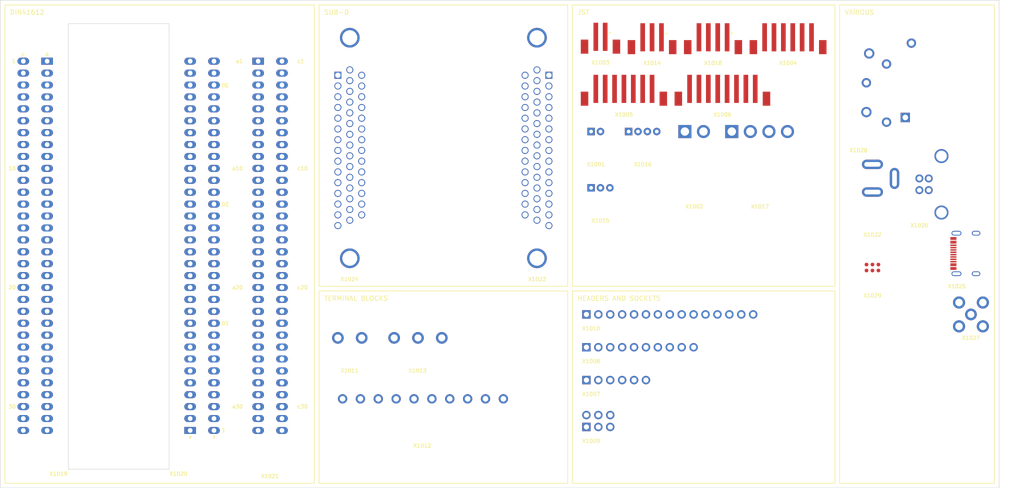
<source format=kicad_pcb>
(kicad_pcb (version 20241229) (generator "pcbnew") (generator_version "9.0")
  (title_block (title "Connectors") (date "2026-01-08") (rev "1") (comment 1 "-") (comment 2 "-"))
  (layers (0 "F.Cu" signal) (2 "B.Cu" signal) (13 "F.Paste" user) (15 "B.Paste" user) (5 "F.SilkS" user "F.Silkscreen") (7 "B.SilkS" user "B.Silkscreen") (1 "F.Mask" user) (3 "B.Mask" user) (25 "Edge.Cuts" user))
  (net 0 "")
  (footprint "lily_footprints:con_sub_d_hd_receptacle_44p_right_angle_th" (layer "F.Cu") (at 112 66 90)
    (property "Reference" "X1024" (at -43.5 2.5 180) (layer "F.SilkS") (effects (font (size 0.8 0.8) (thickness 0.16))))
    (property "Value" "sub_d_hd_receptacle" (hide yes))
    (pad "1" thru_hole rect (at 0 0 90) (size 1.5 1.5) (drill 1.1) (layers "*.Cu" "*.Mask"))
    (pad "2" thru_hole circle (at -2.29 0 90) (size 1.5 1.5) (drill 1.1) (layers "*.Cu" "*.Mask"))
    (pad "3" thru_hole circle (at -4.58 0 90) (size 1.5 1.5) (drill 1.1) (layers "*.Cu" "*.Mask"))
    (pad "4" thru_hole circle (at -6.87 0 90) (size 1.5 1.5) (drill 1.1) (layers "*.Cu" "*.Mask"))
    (pad "5" thru_hole circle (at -9.16 0 90) (size 1.5 1.5) (drill 1.1) (layers "*.Cu" "*.Mask"))
    (pad "6" thru_hole circle (at -11.45 0 90) (size 1.5 1.5) (drill 1.1) (layers "*.Cu" "*.Mask"))
    (pad "7" thru_hole circle (at -13.74 0 90) (size 1.5 1.5) (drill 1.1) (layers "*.Cu" "*.Mask"))
    (pad "8" thru_hole circle (at -16.03 0 90) (size 1.5 1.5) (drill 1.1) (layers "*.Cu" "*.Mask"))
    (pad "9" thru_hole circle (at -18.32 0 90) (size 1.5 1.5) (drill 1.1) (layers "*.Cu" "*.Mask"))
    (pad "10" thru_hole circle (at -20.61 0 90) (size 1.5 1.5) (drill 1.1) (layers "*.Cu" "*.Mask"))
    (pad "11" thru_hole circle (at -22.9 0 90) (size 1.5 1.5) (drill 1.1) (layers "*.Cu" "*.Mask"))
    (pad "12" thru_hole circle (at -25.19 0 90) (size 1.5 1.5) (drill 1.1) (layers "*.Cu" "*.Mask"))
    (pad "13" thru_hole circle (at -27.48 0 90) (size 1.5 1.5) (drill 1.1) (layers "*.Cu" "*.Mask"))
    (pad "14" thru_hole circle (at -29.77 0 90) (size 1.5 1.5) (drill 1.1) (layers "*.Cu" "*.Mask"))
    (pad "15" thru_hole circle (at -32.06 0 90) (size 1.5 1.5) (drill 1.1) (layers "*.Cu" "*.Mask"))
    (pad "16" thru_hole circle (at 1.145 2.54 90) (size 1.5 1.5) (drill 1.1) (layers "*.Cu" "*.Mask"))
    (pad "17" thru_hole circle (at -1.145 2.54 90) (size 1.5 1.5) (drill 1.1) (layers "*.Cu" "*.Mask"))
    (pad "18" thru_hole circle (at -3.435 2.54 90) (size 1.5 1.5) (drill 1.1) (layers "*.Cu" "*.Mask"))
    (pad "19" thru_hole circle (at -5.725 2.54 90) (size 1.5 1.5) (drill 1.1) (layers "*.Cu" "*.Mask"))
    (pad "20" thru_hole circle (at -8.015 2.54 90) (size 1.5 1.5) (drill 1.1) (layers "*.Cu" "*.Mask"))
    (pad "21" thru_hole circle (at -10.305 2.54 90) (size 1.5 1.5) (drill 1.1) (layers "*.Cu" "*.Mask"))
    (pad "22" thru_hole circle (at -12.595 2.54 90) (size 1.5 1.5) (drill 1.1) (layers "*.Cu" "*.Mask"))
    (pad "23" thru_hole circle (at -14.885 2.54 90) (size 1.5 1.5) (drill 1.1) (layers "*.Cu" "*.Mask"))
    (pad "24" thru_hole circle (at -17.175 2.54 90) (size 1.5 1.5) (drill 1.1) (layers "*.Cu" "*.Mask"))
    (pad "25" thru_hole circle (at -19.465 2.54 90) (size 1.5 1.5) (drill 1.1) (layers "*.Cu" "*.Mask"))
    (pad "26" thru_hole circle (at -21.755 2.54 90) (size 1.5 1.5) (drill 1.1) (layers "*.Cu" "*.Mask"))
    (pad "27" thru_hole circle (at -24.045 2.54 90) (size 1.5 1.5) (drill 1.1) (layers "*.Cu" "*.Mask"))
    (pad "28" thru_hole circle (at -26.335 2.54 90) (size 1.5 1.5) (drill 1.1) (layers "*.Cu" "*.Mask"))
    (pad "29" thru_hole circle (at -28.625 2.54 90) (size 1.5 1.5) (drill 1.1) (layers "*.Cu" "*.Mask"))
    (pad "30" thru_hole circle (at -30.915 2.54 90) (size 1.5 1.5) (drill 1.1) (layers "*.Cu" "*.Mask"))
    (pad "31" thru_hole circle (at 0 5.08 90) (size 1.5 1.5) (drill 1.1) (layers "*.Cu" "*.Mask"))
    (pad "32" thru_hole circle (at -2.29 5.08 90) (size 1.5 1.5) (drill 1.1) (layers "*.Cu" "*.Mask"))
    (pad "33" thru_hole circle (at -4.58 5.08 90) (size 1.5 1.5) (drill 1.1) (layers "*.Cu" "*.Mask"))
    (pad "34" thru_hole circle (at -6.87 5.08 90) (size 1.5 1.5) (drill 1.1) (layers "*.Cu" "*.Mask"))
    (pad "35" thru_hole circle (at -9.16 5.08 90) (size 1.5 1.5) (drill 1.1) (layers "*.Cu" "*.Mask"))
    (pad "36" thru_hole circle (at -11.45 5.08 90) (size 1.5 1.5) (drill 1.1) (layers "*.Cu" "*.Mask"))
    (pad "37" thru_hole circle (at -13.74 5.08 90) (size 1.5 1.5) (drill 1.1) (layers "*.Cu" "*.Mask"))
    (pad "38" thru_hole circle (at -16.03 5.08 90) (size 1.5 1.5) (drill 1.1) (layers "*.Cu" "*.Mask"))
    (pad "39" thru_hole circle (at -18.32 5.08 90) (size 1.5 1.5) (drill 1.1) (layers "*.Cu" "*.Mask"))
    (pad "40" thru_hole circle (at -20.61 5.08 90) (size 1.5 1.5) (drill 1.1) (layers "*.Cu" "*.Mask"))
    (pad "41" thru_hole circle (at -22.9 5.08 90) (size 1.5 1.5) (drill 1.1) (layers "*.Cu" "*.Mask"))
    (pad "42" thru_hole circle (at -25.19 5.08 90) (size 1.5 1.5) (drill 1.1) (layers "*.Cu" "*.Mask"))
    (pad "43" thru_hole circle (at -27.48 5.08 90) (size 1.5 1.5) (drill 1.1) (layers "*.Cu" "*.Mask"))
    (pad "44" thru_hole circle (at -29.77 5.08 90) (size 1.5 1.5) (drill 1.1) (layers "*.Cu" "*.Mask"))
    (pad "45" thru_hole circle (at -39.03 2.54 90) (size 4.2 4.2) (drill 3.2) (layers "*.Cu" "*.Mask"))
    (pad "45" thru_hole circle (at 8.01 2.54 90) (size 4.2 4.2) (drill 3.2) (layers "*.Cu" "*.Mask"))
  )
  (footprint "lily_footprints:con_header_1x10_2.54mm_th" (layer "F.Cu") (at 165 124)
    (property "Reference" "X1008" (at 1 3 0) (layer "F.SilkS") (effects (font (size 0.8 0.8) (thickness 0.16))))
    (property "Value" "1x10" (hide yes))
    (pad "1" thru_hole rect (at 0 0) (size 1.8 1.8) (drill 1.1) (layers "*.Cu" "*.Mask"))
    (pad "2" thru_hole circle (at 2.54 0) (size 1.8 1.8) (drill 1.1) (layers "*.Cu" "*.Mask"))
    (pad "3" thru_hole circle (at 5.08 0) (size 1.8 1.8) (drill 1.1) (layers "*.Cu" "*.Mask"))
    (pad "4" thru_hole circle (at 7.62 0) (size 1.8 1.8) (drill 1.1) (layers "*.Cu" "*.Mask"))
    (pad "5" thru_hole circle (at 10.16 0) (size 1.8 1.8) (drill 1.1) (layers "*.Cu" "*.Mask"))
    (pad "6" thru_hole circle (at 12.7 0) (size 1.8 1.8) (drill 1.1) (layers "*.Cu" "*.Mask"))
    (pad "7" thru_hole circle (at 15.24 0) (size 1.8 1.8) (drill 1.1) (layers "*.Cu" "*.Mask"))
    (pad "8" thru_hole circle (at 17.78 0) (size 1.8 1.8) (drill 1.1) (layers "*.Cu" "*.Mask"))
    (pad "9" thru_hole circle (at 20.32 0) (size 1.8 1.8) (drill 1.1) (layers "*.Cu" "*.Mask"))
    (pad "10" thru_hole circle (at 22.86 0) (size 1.8 1.8) (drill 1.1) (layers "*.Cu" "*.Mask"))
  )
  (footprint "lily_footprints:con_usb_c_receptacle_16p" (layer "F.Cu") (at 246 104 90)
    (property "Reference" "X1025" (at -7 -2 0) (layer "F.SilkS") (effects (font (size 0.8 0.8) (thickness 0.16))))
    (property "Value" "usb_c" (hide yes))
    (pad "" np_thru_hole circle (at -2.89 -1.59 90) (size 0.65 0.65) (drill 0.65) (layers "*.Cu" "*.Mask"))
    (pad "" np_thru_hole circle (at 2.89 -1.59 90) (size 0.65 0.65) (drill 0.65) (layers "*.Cu" "*.Mask"))
    (pad "1" thru_hole oval (at -4.32 -2.09 90) (size 1 2.1) (drill oval 0.6 1.7) (layers "*.Cu" "*.Mask" "F.Paste"))
    (pad "1" thru_hole oval (at -4.32 2.09 90) (size 1 1.8) (drill oval 0.6 1.4) (layers "*.Cu" "*.Mask" "F.Paste"))
    (pad "1" thru_hole oval (at 4.32 -2.09 90) (size 1 2.1) (drill oval 0.6 1.7) (layers "*.Cu" "*.Mask" "F.Paste"))
    (pad "1" thru_hole oval (at 4.32 2.09 90) (size 1 1.8) (drill oval 0.6 1.4) (layers "*.Cu" "*.Mask" "F.Paste"))
    (pad "A1" smd rect (at -3.35 -2.74 90) (size 0.3 1.3) (layers "F.Cu" "F.Paste"))
    (pad "A4" smd rect (at -2.55 -2.74 90) (size 0.3 1.3) (layers "F.Cu" "F.Paste"))
    (pad "A5" smd rect (at -1.25 -2.74 90) (size 0.3 1.3) (layers "F.Cu" "F.Paste"))
    (pad "A6" smd rect (at -0.25 -2.74 90) (size 0.3 1.3) (layers "F.Cu" "F.Paste"))
    (pad "A7" smd rect (at 0.25 -2.74 90) (size 0.3 1.3) (layers "F.Cu" "F.Paste"))
    (pad "A8" smd rect (at 1.25 -2.74 90) (size 0.3 1.3) (layers "F.Cu" "F.Paste"))
    (pad "A9" smd rect (at 2.55 -2.74 90) (size 0.3 1.3) (layers "F.Cu" "F.Paste"))
    (pad "A12" smd rect (at 3.35 -2.74 90) (size 0.3 1.3) (layers "F.Cu" "F.Paste"))
    (pad "B1" smd rect (at 3.05 -2.74 90) (size 0.3 1.3) (layers "F.Cu" "F.Paste"))
    (pad "B4" smd rect (at 2.25 -2.74 90) (size 0.3 1.3) (layers "F.Cu" "F.Paste"))
    (pad "B5" smd rect (at 1.75 -2.74 90) (size 0.3 1.3) (layers "F.Cu" "F.Paste"))
    (pad "B6" smd rect (at 0.75 -2.74 90) (size 0.3 1.3) (layers "F.Cu" "F.Paste"))
    (pad "B7" smd rect (at -0.75 -2.74 90) (size 0.3 1.3) (layers "F.Cu" "F.Paste"))
    (pad "B8" smd rect (at -1.75 -2.74 90) (size 0.3 1.3) (layers "F.Cu" "F.Paste"))
    (pad "B9" smd rect (at -2.25 -2.74 90) (size 0.3 1.3) (layers "F.Cu" "F.Paste"))
    (pad "B12" smd rect (at -3.05 -2.74 90) (size 0.3 1.3) (layers "F.Cu" "F.Paste"))
  )
  (footprint "lily_footprints:con_din41612_receptacle_64p_a+c_straight_th" (layer "F.Cu") (at 95 63 -90)
    (property "Reference" "X1021" (at 88.5 -2.5 0) (layer "F.SilkS") (effects (font (size 0.8 0.8) (thickness 0.16))))
    (property "Value" "din41612_receptacle" (hide yes))
    (fp_text user "c30" (at 73.66 -8.255 0) (layer "F.SilkS") (effects (font (size 0.8 0.8) (thickness 0.16)) (justify left)))
    (fp_text user "a1" (at 0 3.175 0) (layer "F.SilkS") (effects (font (size 0.8 0.8) (thickness 0.16)) (justify right)))
    (fp_text user "a30" (at 73.66 3.175 0) (layer "F.SilkS") (effects (font (size 0.8 0.8) (thickness 0.16)) (justify right)))
    (fp_text user "c10" (at 22.86 -8.255 0) (layer "F.SilkS") (effects (font (size 0.8 0.8) (thickness 0.16)) (justify left)))
    (fp_text user "c20" (at 48.26 -8.255 0) (layer "F.SilkS") (effects (font (size 0.8 0.8) (thickness 0.16)) (justify left)))
    (fp_text user "a20" (at 48.26 3.175 0) (layer "F.SilkS") (effects (font (size 0.8 0.8) (thickness 0.16)) (justify right)))
    (fp_text user "c1" (at 0 -8.255 0) (layer "F.SilkS") (effects (font (size 0.8 0.8) (thickness 0.16)) (justify left)))
    (fp_text user "a10" (at 22.86 3.175 0) (layer "F.SilkS") (effects (font (size 0.8 0.8) (thickness 0.16)) (justify right)))
    (pad "" np_thru_hole circle (at -5.63 -2.24) (size 2.8 2.8) (drill 2.8) (layers "*.Cu" "*.Mask"))
    (pad "" np_thru_hole circle (at 84.37 -2.24) (size 2.8 2.8) (drill 2.8) (layers "*.Cu" "*.Mask"))
    (pad "a1" thru_hole rect (at 0 0) (size 2.5 1.5) (drill 1) (layers "*.Cu" "*.Mask"))
    (pad "a2" thru_hole oval (at 2.54 0) (size 2.5 1.5) (drill 1) (layers "*.Cu" "*.Mask"))
    (pad "a3" thru_hole oval (at 5.08 0) (size 2.5 1.5) (drill 1) (layers "*.Cu" "*.Mask"))
    (pad "a4" thru_hole oval (at 7.62 0) (size 2.5 1.5) (drill 1) (layers "*.Cu" "*.Mask"))
    (pad "a5" thru_hole oval (at 10.16 0) (size 2.5 1.5) (drill 1) (layers "*.Cu" "*.Mask"))
    (pad "a6" thru_hole oval (at 12.7 0) (size 2.5 1.5) (drill 1) (layers "*.Cu" "*.Mask"))
    (pad "a7" thru_hole oval (at 15.24 0) (size 2.5 1.5) (drill 1) (layers "*.Cu" "*.Mask"))
    (pad "a8" thru_hole oval (at 17.78 0) (size 2.5 1.5) (drill 1) (layers "*.Cu" "*.Mask"))
    (pad "a9" thru_hole oval (at 20.32 0) (size 2.5 1.5) (drill 1) (layers "*.Cu" "*.Mask"))
    (pad "a10" thru_hole oval (at 22.86 0) (size 2.5 1.5) (drill 1) (layers "*.Cu" "*.Mask"))
    (pad "a11" thru_hole oval (at 25.4 0) (size 2.5 1.5) (drill 1) (layers "*.Cu" "*.Mask"))
    (pad "a12" thru_hole oval (at 27.94 0) (size 2.5 1.5) (drill 1) (layers "*.Cu" "*.Mask"))
    (pad "a13" thru_hole oval (at 30.48 0) (size 2.5 1.5) (drill 1) (layers "*.Cu" "*.Mask"))
    (pad "a14" thru_hole oval (at 33.02 0) (size 2.5 1.5) (drill 1) (layers "*.Cu" "*.Mask"))
    (pad "a15" thru_hole oval (at 35.56 0) (size 2.5 1.5) (drill 1) (layers "*.Cu" "*.Mask"))
    (pad "a16" thru_hole oval (at 38.1 0) (size 2.5 1.5) (drill 1) (layers "*.Cu" "*.Mask"))
    (pad "a17" thru_hole oval (at 40.64 0) (size 2.5 1.5) (drill 1) (layers "*.Cu" "*.Mask"))
    (pad "a18" thru_hole oval (at 43.18 0) (size 2.5 1.5) (drill 1) (layers "*.Cu" "*.Mask"))
    (pad "a19" thru_hole oval (at 45.72 0) (size 2.5 1.5) (drill 1) (layers "*.Cu" "*.Mask"))
    (pad "a20" thru_hole oval (at 48.26 0) (size 2.5 1.5) (drill 1) (layers "*.Cu" "*.Mask"))
    (pad "a21" thru_hole oval (at 50.8 0) (size 2.5 1.5) (drill 1) (layers "*.Cu" "*.Mask"))
    (pad "a22" thru_hole oval (at 53.34 0) (size 2.5 1.5) (drill 1) (layers "*.Cu" "*.Mask"))
    (pad "a23" thru_hole oval (at 55.88 0) (size 2.5 1.5) (drill 1) (layers "*.Cu" "*.Mask"))
    (pad "a24" thru_hole oval (at 58.42 0) (size 2.5 1.5) (drill 1) (layers "*.Cu" "*.Mask"))
    (pad "a25" thru_hole oval (at 60.96 0) (size 2.5 1.5) (drill 1) (layers "*.Cu" "*.Mask"))
    (pad "a26" thru_hole oval (at 63.5 0) (size 2.5 1.5) (drill 1) (layers "*.Cu" "*.Mask"))
    (pad "a27" thru_hole oval (at 66.04 0) (size 2.5 1.5) (drill 1) (layers "*.Cu" "*.Mask"))
    (pad "a28" thru_hole oval (at 68.58 0) (size 2.5 1.5) (drill 1) (layers "*.Cu" "*.Mask"))
    (pad "a29" thru_hole oval (at 71.12 0) (size 2.5 1.5) (drill 1) (layers "*.Cu" "*.Mask"))
    (pad "a30" thru_hole oval (at 73.66 0) (size 2.5 1.5) (drill 1) (layers "*.Cu" "*.Mask"))
    (pad "a31" thru_hole oval (at 76.2 0) (size 2.5 1.5) (drill 1) (layers "*.Cu" "*.Mask"))
    (pad "a32" thru_hole oval (at 78.74 0) (size 2.5 1.5) (drill 1) (layers "*.Cu" "*.Mask"))
    (pad "c1" thru_hole oval (at 0 -5.08) (size 2.5 1.5) (drill 1) (layers "*.Cu" "*.Mask"))
    (pad "c2" thru_hole oval (at 2.54 -5.08) (size 2.5 1.5) (drill 1) (layers "*.Cu" "*.Mask"))
    (pad "c3" thru_hole oval (at 5.08 -5.08) (size 2.5 1.5) (drill 1) (layers "*.Cu" "*.Mask"))
    (pad "c4" thru_hole oval (at 7.62 -5.08) (size 2.5 1.5) (drill 1) (layers "*.Cu" "*.Mask"))
    (pad "c5" thru_hole oval (at 10.16 -5.08) (size 2.5 1.5) (drill 1) (layers "*.Cu" "*.Mask"))
    (pad "c6" thru_hole oval (at 12.7 -5.08) (size 2.5 1.5) (drill 1) (layers "*.Cu" "*.Mask"))
    (pad "c7" thru_hole oval (at 15.24 -5.08) (size 2.5 1.5) (drill 1) (layers "*.Cu" "*.Mask"))
    (pad "c8" thru_hole oval (at 17.78 -5.08) (size 2.5 1.5) (drill 1) (layers "*.Cu" "*.Mask"))
    (pad "c9" thru_hole oval (at 20.32 -5.08) (size 2.5 1.5) (drill 1) (layers "*.Cu" "*.Mask"))
    (pad "c10" thru_hole oval (at 22.86 -5.08) (size 2.5 1.5) (drill 1) (layers "*.Cu" "*.Mask"))
    (pad "c11" thru_hole oval (at 25.4 -5.08) (size 2.5 1.5) (drill 1) (layers "*.Cu" "*.Mask"))
    (pad "c12" thru_hole oval (at 27.94 -5.08) (size 2.5 1.5) (drill 1) (layers "*.Cu" "*.Mask"))
    (pad "c13" thru_hole oval (at 30.48 -5.08) (size 2.5 1.5) (drill 1) (layers "*.Cu" "*.Mask"))
    (pad "c14" thru_hole oval (at 33.02 -5.08) (size 2.5 1.5) (drill 1) (layers "*.Cu" "*.Mask"))
    (pad "c15" thru_hole oval (at 35.56 -5.08) (size 2.5 1.5) (drill 1) (layers "*.Cu" "*.Mask"))
    (pad "c16" thru_hole oval (at 38.1 -5.08) (size 2.5 1.5) (drill 1) (layers "*.Cu" "*.Mask"))
    (pad "c17" thru_hole oval (at 40.64 -5.08) (size 2.5 1.5) (drill 1) (layers "*.Cu" "*.Mask"))
    (pad "c18" thru_hole oval (at 43.18 -5.08) (size 2.5 1.5) (drill 1) (layers "*.Cu" "*.Mask"))
    (pad "c19" thru_hole oval (at 45.72 -5.08) (size 2.5 1.5) (drill 1) (layers "*.Cu" "*.Mask"))
    (pad "c20" thru_hole oval (at 48.26 -5.08) (size 2.5 1.5) (drill 1) (layers "*.Cu" "*.Mask"))
    (pad "c21" thru_hole oval (at 50.8 -5.08) (size 2.5 1.5) (drill 1) (layers "*.Cu" "*.Mask"))
    (pad "c22" thru_hole oval (at 53.34 -5.08) (size 2.5 1.5) (drill 1) (layers "*.Cu" "*.Mask"))
    (pad "c23" thru_hole oval (at 55.88 -5.08) (size 2.5 1.5) (drill 1) (layers "*.Cu" "*.Mask"))
    (pad "c24" thru_hole oval (at 58.42 -5.08) (size 2.5 1.5) (drill 1) (layers "*.Cu" "*.Mask"))
    (pad "c25" thru_hole oval (at 60.96 -5.08) (size 2.5 1.5) (drill 1) (layers "*.Cu" "*.Mask"))
    (pad "c26" thru_hole oval (at 63.5 -5.08) (size 2.5 1.5) (drill 1) (layers "*.Cu" "*.Mask"))
    (pad "c27" thru_hole oval (at 66.04 -5.08) (size 2.5 1.5) (drill 1) (layers "*.Cu" "*.Mask"))
    (pad "c28" thru_hole oval (at 68.58 -5.08) (size 2.5 1.5) (drill 1) (layers "*.Cu" "*.Mask"))
    (pad "c29" thru_hole oval (at 71.12 -5.08) (size 2.5 1.5) (drill 1) (layers "*.Cu" "*.Mask"))
    (pad "c30" thru_hole oval (at 73.66 -5.08) (size 2.5 1.5) (drill 1) (layers "*.Cu" "*.Mask"))
    (pad "c31" thru_hole oval (at 76.2 -5.08) (size 2.5 1.5) (drill 1) (layers "*.Cu" "*.Mask"))
    (pad "c32" thru_hole oval (at 78.74 -5.08) (size 2.5 1.5) (drill 1) (layers "*.Cu" "*.Mask"))
  )
  (footprint "lily_footprints:con_xlr_jack_rcj6fa-h_th" (layer "F.Cu") (at 233 75 90)
    (property "Reference" "X1028" (at -7 -10 180) (layer "F.SilkS") (effects (font (size 0.8 0.8) (thickness 0.16))))
    (property "Value" "RCJ6A-H" (hide yes))
    (pad "" np_thru_hole circle (at 2.9 5.5 90) (size 1.6 1.6) (drill 1.6) (layers "*.Cu" "*.Mask"))
    (pad "" np_thru_hole circle (at 11.9 5.5 90) (size 1.6 1.6) (drill 1.6) (layers "*.Cu" "*.Mask"))
    (pad "1" thru_hole circle (at 13.65 -7.7 90) (size 2.2 2.2) (drill 1.4) (layers "*.Cu" "*.Mask"))
    (pad "2" thru_hole circle (at 1.15 -8.3 90) (size 2.2 2.2) (drill 1.4) (layers "*.Cu" "*.Mask"))
    (pad "3" thru_hole circle (at 7.4 -8.3 90) (size 2 2) (drill 1.2) (layers "*.Cu" "*.Mask"))
    (pad "G" thru_hole circle (at 15.85 1.3 90) (size 2 2) (drill 1.2) (layers "*.Cu" "*.Mask"))
    (pad "R" thru_hole circle (at 11.4 -4 90) (size 2 2) (drill 1.2) (layers "*.Cu" "*.Mask"))
    (pad "S" thru_hole rect (at 0 0 90) (size 2 2) (drill 1.2) (layers "*.Cu" "*.Mask"))
    (pad "T" thru_hole circle (at -1 -4 90) (size 2 2) (drill 1.2) (layers "*.Cu" "*.Mask"))
  )
  (footprint "lily_footprints:con_usb_b_receptacle_th" (layer "F.Cu") (at 236 88 180)
    (property "Reference" "X1026" (at 0 -10 0) (layer "F.SilkS") (effects (font (size 0.8 0.8) (thickness 0.16))))
    (property "Value" "usb_b" (hide yes))
    (pad "1" thru_hole circle (at 0 0 180) (size 1.7 1.7) (drill 1) (layers "*.Cu" "*.Mask"))
    (pad "2" thru_hole circle (at 0 -2.5 180) (size 1.7 1.7) (drill 1) (layers "*.Cu" "*.Mask"))
    (pad "3" thru_hole circle (at -2 -2.5 180) (size 1.7 1.7) (drill 1) (layers "*.Cu" "*.Mask"))
    (pad "4" thru_hole circle (at -2 0 180) (size 1.7 1.7) (drill 1) (layers "*.Cu" "*.Mask"))
    (pad "5" thru_hole circle (at -4.71 4.77 180) (size 3 3) (drill 2.3) (layers "*.Cu" "*.Mask"))
    (pad "6" thru_hole circle (at -4.71 -7.27 180) (size 3 3) (drill 2.3) (layers "*.Cu" "*.Mask"))
  )
  (footprint "lily_footprints:con_jst_1x07_ph_2.00mm_straight_smd" (layer "F.Cu") (at 173 71 180)
    (property "Reference" "X1005" (at 0 -3.4 0) (layer "F.SilkS") (effects (font (size 0.8 0.8) (thickness 0.16))))
    (property "Value" "1x07_PH" (hide yes))
    (pad "1" smd rect (at -6 2.1 180) (size 1 6) (layers "F.Cu" "F.Mask" "F.Paste"))
    (pad "2" smd rect (at -4 2.1 180) (size 1 6) (layers "F.Cu" "F.Mask" "F.Paste"))
    (pad "3" smd rect (at -2 2.1 180) (size 1 6) (layers "F.Cu" "F.Mask" "F.Paste"))
    (pad "4" smd rect (at 0 2.1 180) (size 1 6) (layers "F.Cu" "F.Mask" "F.Paste"))
    (pad "5" smd rect (at 2 2.1 180) (size 1 6) (layers "F.Cu" "F.Mask" "F.Paste"))
    (pad "6" smd rect (at 4 2.1 180) (size 1 6) (layers "F.Cu" "F.Mask" "F.Paste"))
    (pad "7" smd rect (at 6 2.1 180) (size 1 6) (layers "F.Cu" "F.Mask" "F.Paste"))
    (pad "8" smd rect (at -8.4 0 180) (size 1.6 3) (layers "F.Cu" "F.Mask" "F.Paste"))
    (pad "9" smd rect (at 8.4 0 180) (size 1.6 3) (layers "F.Cu" "F.Mask" "F.Paste"))
  )
  (footprint "lily_footprints:con_jst_1x04_ph_2.00mm_right_angle_th" (layer "F.Cu") (at 174 78)
    (property "Reference" "X1016" (at 3 7 0) (layer "F.SilkS") (effects (font (size 0.8 0.8) (thickness 0.16))))
    (property "Value" "1x04_PH" (hide yes))
    (pad "1" thru_hole rect (at 0 0) (size 1.6 1.6) (drill 0.8) (layers "*.Cu" "*.Mask"))
    (pad "2" thru_hole circle (at 2 0) (size 1.6 1.6) (drill 0.8) (layers "*.Cu" "*.Mask"))
    (pad "3" thru_hole circle (at 4 0) (size 1.6 1.6) (drill 0.8) (layers "*.Cu" "*.Mask"))
    (pad "4" thru_hole circle (at 6 0) (size 1.6 1.6) (drill 0.8) (layers "*.Cu" "*.Mask"))
  )
  (footprint "lily_footprints:con_terminal_block_3p_5.08mm_th" (layer "F.Cu") (at 124 122)
    (property "Reference" "X1013" (at 5 7 0) (layer "F.SilkS") (effects (font (size 0.8 0.8) (thickness 0.16))))
    (property "Value" "3p_5.08" (hide yes))
    (pad "1" thru_hole circle (at 0 0) (size 2.5 2.5) (drill 1.5) (layers "*.Cu" "*.Mask"))
    (pad "2" thru_hole circle (at 5.08 0) (size 2.5 2.5) (drill 1.5) (layers "*.Cu" "*.Mask"))
    (pad "3" thru_hole circle (at 10.16 0) (size 2.5 2.5) (drill 1.5) (layers "*.Cu" "*.Mask"))
  )
  (footprint "lily_footprints:con_terminal_socket_male_10p_3.81mm_right_angle_th" (layer "F.Cu") (at 113 135)
    (property "Reference" "X1012" (at 17 10 0) (layer "F.SilkS") (effects (font (size 0.8 0.8) (thickness 0.16))))
    (property "Value" "socket_male" (hide yes))
    (pad "1" thru_hole circle (at 0 0) (size 2 2) (drill 1.2) (layers "*.Cu" "*.Mask"))
    (pad "2" thru_hole circle (at 3.81 0) (size 2 2) (drill 1.2) (layers "*.Cu" "*.Mask"))
    (pad "3" thru_hole circle (at 7.62 0) (size 2 2) (drill 1.2) (layers "*.Cu" "*.Mask"))
    (pad "4" thru_hole circle (at 11.43 0) (size 2 2) (drill 1.2) (layers "*.Cu" "*.Mask"))
    (pad "5" thru_hole circle (at 15.24 0) (size 2 2) (drill 1.2) (layers "*.Cu" "*.Mask"))
    (pad "6" thru_hole circle (at 19.05 0) (size 2 2) (drill 1.2) (layers "*.Cu" "*.Mask"))
    (pad "7" thru_hole circle (at 22.86 0) (size 2 2) (drill 1.2) (layers "*.Cu" "*.Mask"))
    (pad "8" thru_hole circle (at 26.67 0) (size 2 2) (drill 1.2) (layers "*.Cu" "*.Mask"))
    (pad "9" thru_hole circle (at 30.48 0) (size 2 2) (drill 1.2) (layers "*.Cu" "*.Mask"))
    (pad "10" thru_hole circle (at 34.29 0) (size 2 2) (drill 1.2) (layers "*.Cu" "*.Mask"))
  )
  (footprint "lily_footprints:con_jst_1x03_ph_2.00mm_straight_smd" (layer "F.Cu") (at 179 60 180)
    (property "Reference" "X1014" (at 0 -3.4 0) (layer "F.SilkS") (effects (font (size 0.8 0.8) (thickness 0.16))))
    (property "Value" "1x03_PH" (hide yes))
    (property "Pin_1_mark" "•" (at -3.1 2.9 180) (layer "F.SilkS") (effects (font (size 0.8 0.8) (thickness 0.16) (bold yes))))
    (pad "" smd rect (at -4.4 0 180) (size 1.6 3) (layers "F.Cu" "F.Mask" "F.Paste"))
    (pad "" smd rect (at 4.4 0 180) (size 1.6 3) (layers "F.Cu" "F.Mask" "F.Paste"))
    (pad "1" smd rect (at -2 2.1 180) (size 1 6) (layers "F.Cu" "F.Mask" "F.Paste"))
    (pad "2" smd rect (at 0 2.1 180) (size 1 6) (layers "F.Cu" "F.Mask" "F.Paste"))
    (pad "3" smd rect (at 2 2.1 180) (size 1 6) (layers "F.Cu" "F.Mask" "F.Paste"))
  )
  (footprint "lily_footprints:con_header_2x03_2.54mm_th" (layer "F.Cu") (at 165 141)
    (property "Reference" "X1009" (at 1 3 0) (layer "F.SilkS") (effects (font (size 0.8 0.8) (thickness 0.16))))
    (property "Value" "2x03" (hide yes))
    (pad "1" thru_hole rect (at 0 0) (size 1.8 1.8) (drill 1.1) (layers "*.Cu" "*.Mask"))
    (pad "2" thru_hole circle (at 0 -2.54) (size 1.8 1.8) (drill 1.1) (layers "*.Cu" "*.Mask"))
    (pad "3" thru_hole circle (at 2.54 0) (size 1.8 1.8) (drill 1.1) (layers "*.Cu" "*.Mask"))
    (pad "4" thru_hole circle (at 2.54 -2.54) (size 1.8 1.8) (drill 1.1) (layers "*.Cu" "*.Mask"))
    (pad "5" thru_hole circle (at 5.08 0) (size 1.8 1.8) (drill 1.1) (layers "*.Cu" "*.Mask"))
    (pad "6" thru_hole circle (at 5.08 -2.54) (size 1.8 1.8) (drill 1.1) (layers "*.Cu" "*.Mask"))
  )
  (footprint "lily_footprints:con_jst_1x08_ph_2.00mm_straight_smd" (layer "F.Cu") (at 194 71 180)
    (property "Reference" "X1006" (at 0 -3.4 0) (layer "F.SilkS") (effects (font (size 0.8 0.8) (thickness 0.16))))
    (property "Value" "1x08_PH" (hide yes))
    (pad "1" smd rect (at -7 2.1 180) (size 1 6) (layers "F.Cu" "F.Mask" "F.Paste"))
    (pad "2" smd rect (at -5 2.1 180) (size 1 6) (layers "F.Cu" "F.Mask" "F.Paste"))
    (pad "3" smd rect (at -3 2.1 180) (size 1 6) (layers "F.Cu" "F.Mask" "F.Paste"))
    (pad "4" smd rect (at -1 2.1 180) (size 1 6) (layers "F.Cu" "F.Mask" "F.Paste"))
    (pad "5" smd rect (at 1 2.1 180) (size 1 6) (layers "F.Cu" "F.Mask" "F.Paste"))
    (pad "6" smd rect (at 3 2.1 180) (size 1 6) (layers "F.Cu" "F.Mask" "F.Paste"))
    (pad "7" smd rect (at 5 2.1 180) (size 1 6) (layers "F.Cu" "F.Mask" "F.Paste"))
    (pad "8" smd rect (at 7 2.1 180) (size 1 6) (layers "F.Cu" "F.Mask" "F.Paste"))
    (pad "9" smd rect (at -9.4 0 180) (size 1.6 3) (layers "F.Cu" "F.Mask" "F.Paste"))
    (pad "10" smd rect (at 9.4 0 180) (size 1.6 3) (layers "F.Cu" "F.Mask" "F.Paste"))
  )
  (footprint "lily_footprints:con_jst_1x06_ph_2.00mm_straight_smd" (layer "F.Cu") (at 208 60 180)
    (property "Reference" "X1004" (at 0 -3.4 0) (layer "F.SilkS") (effects (font (size 0.8 0.8) (thickness 0.16))))
    (property "Value" "1x06_PH" (hide yes))
    (pad "1" smd rect (at -5 2.1 180) (size 1 6) (layers "F.Cu" "F.Mask" "F.Paste"))
    (pad "2" smd rect (at -3 2.1 180) (size 1 6) (layers "F.Cu" "F.Mask" "F.Paste"))
    (pad "3" smd rect (at -1 2.1 180) (size 1 6) (layers "F.Cu" "F.Mask" "F.Paste"))
    (pad "4" smd rect (at 1 2.1 180) (size 1 6) (layers "F.Cu" "F.Mask" "F.Paste"))
    (pad "5" smd rect (at 3 2.1 180) (size 1 6) (layers "F.Cu" "F.Mask" "F.Paste"))
    (pad "6" smd rect (at 5 2.1 180) (size 1 6) (layers "F.Cu" "F.Mask" "F.Paste"))
    (pad "7" smd rect (at -7.4 0 180) (size 1.6 3) (layers "F.Cu" "F.Mask" "F.Paste"))
    (pad "8" smd rect (at 7.4 0 180) (size 1.6 3) (layers "F.Cu" "F.Mask" "F.Paste"))
  )
  (footprint "lily_footprints:con_rf_sma_right_angle_th" (layer "F.Cu") (at 247 117 90)
    (property "Reference" "X1027" (at -5 0 180) (layer "F.SilkS") (effects (font (size 0.8 0.8) (thickness 0.16))))
    (property "Value" "SMA" (hide yes))
    (pad "1" thru_hole circle (at 0 0 90) (size 2.5 2.5) (drill 1.5) (layers "*.Cu" "*.Mask"))
    (pad "2" thru_hole circle (at -2.54 2.54 90) (size 2.6 2.6) (drill 1.6) (layers "*.Cu" "*.Mask"))
    (pad "3" thru_hole circle (at 2.54 2.54 90) (size 2.6 2.6) (drill 1.6) (layers "*.Cu" "*.Mask"))
    (pad "4" thru_hole circle (at 2.54 -2.54 90) (size 2.6 2.6) (drill 1.6) (layers "*.Cu" "*.Mask"))
    (pad "5" thru_hole circle (at -2.54 -2.54 90) (size 2.6 2.6) (drill 1.6) (layers "*.Cu" "*.Mask"))
  )
  (footprint "lily_footprints:con_header_1x06_2.54mm_th" (layer "F.Cu") (at 165 131)
    (property "Reference" "X1007" (at 1 3 0) (layer "F.SilkS") (effects (font (size 0.8 0.8) (thickness 0.16))))
    (property "Value" "1x06" (hide yes))
    (pad "1" thru_hole rect (at 0 0) (size 1.8 1.8) (drill 1.1) (layers "*.Cu" "*.Mask"))
    (pad "2" thru_hole circle (at 2.54 0) (size 1.8 1.8) (drill 1.1) (layers "*.Cu" "*.Mask"))
    (pad "3" thru_hole circle (at 5.08 0) (size 1.8 1.8) (drill 1.1) (layers "*.Cu" "*.Mask"))
    (pad "4" thru_hole circle (at 7.62 0) (size 1.8 1.8) (drill 1.1) (layers "*.Cu" "*.Mask"))
    (pad "5" thru_hole circle (at 10.16 0) (size 1.8 1.8) (drill 1.1) (layers "*.Cu" "*.Mask"))
    (pad "6" thru_hole circle (at 12.7 0) (size 1.8 1.8) (drill 1.1) (layers "*.Cu" "*.Mask"))
  )
  (footprint "lily_footprints:con_jst_1x02_vh_3.96mm_right_angle_th" (layer "F.Cu") (at 186 78)
    (property "Reference" "X1002" (at 2 16 0) (layer "F.SilkS") (effects (font (size 0.8 0.8) (thickness 0.16))))
    (property "Value" "1x02_VH" (hide yes))
    (pad "1" thru_hole rect (at 0 0) (size 2.8 2.8) (drill 1.8) (layers "*.Cu" "*.Mask"))
    (pad "2" thru_hole circle (at 3.96 0) (size 2.8 2.8) (drill 1.8) (layers "*.Cu" "*.Mask"))
  )
  (footprint "lily_footprints:con_din41612_receptacle_64p_a+c_right_angle_th" (layer "F.Cu") (at 80.5 141.74 90)
    (property "Reference" "X1020" (at -9.26 -2.5 0) (layer "F.SilkS") (effects (font (size 0.8 0.8) (thickness 0.16))))
    (property "Value" "din41612_receptacle" (hide yes))
    (fp_text user "a" (at -1.524 0 180) (layer "F.SilkS") (effects (font (size 0.8 0.8) (thickness 0.16))))
    (fp_text user "10" (at 22.86 6.604 180) (layer "F.SilkS") (effects (font (size 0.8 0.8) (thickness 0.16)) (justify right)))
    (fp_text user "c" (at -1.524 5.08 180) (layer "F.SilkS") (effects (font (size 0.8 0.8) (thickness 0.16))))
    (fp_text user "20" (at 48.26 6.604 180) (layer "F.SilkS") (effects (font (size 0.8 0.8) (thickness 0.16)) (justify right)))
    (fp_text user "1" (at 0 6.604 180) (layer "F.SilkS") (effects (font (size 0.8 0.8) (thickness 0.16)) (justify right)))
    (fp_text user "30" (at 73.66 6.604 180) (layer "F.SilkS") (effects (font (size 0.8 0.8) (thickness 0.16)) (justify right)))
    (pad "" np_thru_hole circle (at -5.08 -2.54 180) (size 2.8 2.8) (drill 2.8) (layers "*.Cu" "*.Mask"))
    (pad "" np_thru_hole circle (at 83.82 -2.54 180) (size 2.8 2.8) (drill 2.8) (layers "*.Cu" "*.Mask"))
    (pad "a1" thru_hole rect (at 0 0 180) (size 2.5 1.5) (drill 1) (layers "*.Cu" "*.Mask"))
    (pad "a2" thru_hole oval (at 2.54 0 180) (size 2.5 1.5) (drill 1) (layers "*.Cu" "*.Mask"))
    (pad "a3" thru_hole oval (at 5.08 0 180) (size 2.5 1.5) (drill 1) (layers "*.Cu" "*.Mask"))
    (pad "a4" thru_hole oval (at 7.62 0 180) (size 2.5 1.5) (drill 1) (layers "*.Cu" "*.Mask"))
    (pad "a5" thru_hole oval (at 10.16 0 180) (size 2.5 1.5) (drill 1) (layers "*.Cu" "*.Mask"))
    (pad "a6" thru_hole oval (at 12.7 0 180) (size 2.5 1.5) (drill 1) (layers "*.Cu" "*.Mask"))
    (pad "a7" thru_hole oval (at 15.24 0 180) (size 2.5 1.5) (drill 1) (layers "*.Cu" "*.Mask"))
    (pad "a8" thru_hole oval (at 17.78 0 180) (size 2.5 1.5) (drill 1) (layers "*.Cu" "*.Mask"))
    (pad "a9" thru_hole oval (at 20.32 0 180) (size 2.5 1.5) (drill 1) (layers "*.Cu" "*.Mask"))
    (pad "a10" thru_hole oval (at 22.86 0 180) (size 2.5 1.5) (drill 1) (layers "*.Cu" "*.Mask"))
    (pad "a11" thru_hole oval (at 25.4 0 180) (size 2.5 1.5) (drill 1) (layers "*.Cu" "*.Mask"))
    (pad "a12" thru_hole oval (at 27.94 0 180) (size 2.5 1.5) (drill 1) (layers "*.Cu" "*.Mask"))
    (pad "a13" thru_hole oval (at 30.48 0 180) (size 2.5 1.5) (drill 1) (layers "*.Cu" "*.Mask"))
    (pad "a14" thru_hole oval (at 33.02 0 180) (size 2.5 1.5) (drill 1) (layers "*.Cu" "*.Mask"))
    (pad "a15" thru_hole oval (at 35.56 0 180) (size 2.5 1.5) (drill 1) (layers "*.Cu" "*.Mask"))
    (pad "a16" thru_hole oval (at 38.1 0 180) (size 2.5 1.5) (drill 1) (layers "*.Cu" "*.Mask"))
    (pad "a17" thru_hole oval (at 40.64 0 180) (size 2.5 1.5) (drill 1) (layers "*.Cu" "*.Mask"))
    (pad "a18" thru_hole oval (at 43.18 0 180) (size 2.5 1.5) (drill 1) (layers "*.Cu" "*.Mask"))
    (pad "a19" thru_hole oval (at 45.72 0 180) (size 2.5 1.5) (drill 1) (layers "*.Cu" "*.Mask"))
    (pad "a20" thru_hole oval (at 48.26 0 180) (size 2.5 1.5) (drill 1) (layers "*.Cu" "*.Mask"))
    (pad "a21" thru_hole oval (at 50.8 0 180) (size 2.5 1.5) (drill 1) (layers "*.Cu" "*.Mask"))
    (pad "a22" thru_hole oval (at 53.34 0 180) (size 2.5 1.5) (drill 1) (layers "*.Cu" "*.Mask"))
    (pad "a23" thru_hole oval (at 55.88 0 180) (size 2.5 1.5) (drill 1) (layers "*.Cu" "*.Mask"))
    (pad "a24" thru_hole oval (at 58.42 0 180) (size 2.5 1.5) (drill 1) (layers "*.Cu" "*.Mask"))
    (pad "a25" thru_hole oval (at 60.96 0 180) (size 2.5 1.5) (drill 1) (layers "*.Cu" "*.Mask"))
    (pad "a26" thru_hole oval (at 63.5 0 180) (size 2.5 1.5) (drill 1) (layers "*.Cu" "*.Mask"))
    (pad "a27" thru_hole oval (at 66.04 0 180) (size 2.5 1.5) (drill 1) (layers "*.Cu" "*.Mask"))
    (pad "a28" thru_hole oval (at 68.58 0 180) (size 2.5 1.5) (drill 1) (layers "*.Cu" "*.Mask"))
    (pad "a29" thru_hole oval (at 71.12 0 180) (size 2.5 1.5) (drill 1) (layers "*.Cu" "*.Mask"))
    (pad "a30" thru_hole oval (at 73.66 0 180) (size 2.5 1.5) (drill 1) (layers "*.Cu" "*.Mask"))
    (pad "a31" thru_hole oval (at 76.2 0 180) (size 2.5 1.5) (drill 1) (layers "*.Cu" "*.Mask"))
    (pad "a32" thru_hole oval (at 78.74 0 180) (size 2.5 1.5) (drill 1) (layers "*.Cu" "*.Mask"))
    (pad "c1" thru_hole oval (at 0 5.08 180) (size 2.5 1.5) (drill 1) (layers "*.Cu" "*.Mask"))
    (pad "c2" thru_hole oval (at 2.54 5.08 180) (size 2.5 1.5) (drill 1) (layers "*.Cu" "*.Mask"))
    (pad "c3" thru_hole oval (at 5.08 5.08 180) (size 2.5 1.5) (drill 1) (layers "*.Cu" "*.Mask"))
    (pad "c4" thru_hole oval (at 7.62 5.08 180) (size 2.5 1.5) (drill 1) (layers "*.Cu" "*.Mask"))
    (pad "c5" thru_hole oval (at 10.16 5.08 180) (size 2.5 1.5) (drill 1) (layers "*.Cu" "*.Mask"))
    (pad "c6" thru_hole oval (at 12.7 5.08 180) (size 2.5 1.5) (drill 1) (layers "*.Cu" "*.Mask"))
    (pad "c7" thru_hole oval (at 15.24 5.08 180) (size 2.5 1.5) (drill 1) (layers "*.Cu" "*.Mask"))
    (pad "c8" thru_hole oval (at 17.78 5.08 180) (size 2.5 1.5) (drill 1) (layers "*.Cu" "*.Mask"))
    (pad "c9" thru_hole oval (at 20.32 5.08 180) (size 2.5 1.5) (drill 1) (layers "*.Cu" "*.Mask"))
    (pad "c10" thru_hole oval (at 22.86 5.08 180) (size 2.5 1.5) (drill 1) (layers "*.Cu" "*.Mask"))
    (pad "c11" thru_hole oval (at 25.4 5.08 180) (size 2.5 1.5) (drill 1) (layers "*.Cu" "*.Mask"))
    (pad "c12" thru_hole oval (at 27.94 5.08 180) (size 2.5 1.5) (drill 1) (layers "*.Cu" "*.Mask"))
    (pad "c13" thru_hole oval (at 30.48 5.08 180) (size 2.5 1.5) (drill 1) (layers "*.Cu" "*.Mask"))
    (pad "c14" thru_hole oval (at 33.02 5.08 180) (size 2.5 1.5) (drill 1) (layers "*.Cu" "*.Mask"))
    (pad "c15" thru_hole oval (at 35.56 5.08 180) (size 2.5 1.5) (drill 1) (layers "*.Cu" "*.Mask"))
    (pad "c16" thru_hole oval (at 38.1 5.08 180) (size 2.5 1.5) (drill 1) (layers "*.Cu" "*.Mask"))
    (pad "c17" thru_hole oval (at 40.64 5.08 180) (size 2.5 1.5) (drill 1) (layers "*.Cu" "*.Mask"))
    (pad "c18" thru_hole oval (at 43.18 5.08 180) (size 2.5 1.5) (drill 1) (layers "*.Cu" "*.Mask"))
    (pad "c19" thru_hole oval (at 45.72 5.08 180) (size 2.5 1.5) (drill 1) (layers "*.Cu" "*.Mask"))
    (pad "c20" thru_hole oval (at 48.26 5.08 180) (size 2.5 1.5) (drill 1) (layers "*.Cu" "*.Mask"))
    (pad "c21" thru_hole oval (at 50.8 5.08 180) (size 2.5 1.5) (drill 1) (layers "*.Cu" "*.Mask"))
    (pad "c22" thru_hole oval (at 53.34 5.08 180) (size 2.5 1.5) (drill 1) (layers "*.Cu" "*.Mask"))
    (pad "c23" thru_hole oval (at 55.88 5.08 180) (size 2.5 1.5) (drill 1) (layers "*.Cu" "*.Mask"))
    (pad "c24" thru_hole oval (at 58.42 5.08 180) (size 2.5 1.5) (drill 1) (layers "*.Cu" "*.Mask"))
    (pad "c25" thru_hole oval (at 60.96 5.08 180) (size 2.5 1.5) (drill 1) (layers "*.Cu" "*.Mask"))
    (pad "c26" thru_hole oval (at 63.5 5.08 180) (size 2.5 1.5) (drill 1) (layers "*.Cu" "*.Mask"))
    (pad "c27" thru_hole oval (at 66.04 5.08 180) (size 2.5 1.5) (drill 1) (layers "*.Cu" "*.Mask"))
    (pad "c28" thru_hole oval (at 68.58 5.08 180) (size 2.5 1.5) (drill 1) (layers "*.Cu" "*.Mask"))
    (pad "c29" thru_hole oval (at 71.12 5.08 180) (size 2.5 1.5) (drill 1) (layers "*.Cu" "*.Mask"))
    (pad "c30" thru_hole oval (at 73.66 5.08 180) (size 2.5 1.5) (drill 1) (layers "*.Cu" "*.Mask"))
    (pad "c31" thru_hole oval (at 76.2 5.08 180) (size 2.5 1.5) (drill 1) (layers "*.Cu" "*.Mask"))
    (pad "c32" thru_hole oval (at 78.74 5.08 180) (size 2.5 1.5) (drill 1) (layers "*.Cu" "*.Mask"))
  )
  (footprint "lily_footprints:con_terminal_block_2p_5.08mm_th" (layer "F.Cu") (at 112 122)
    (property "Reference" "X1011" (at 2.5 7 0) (layer "F.SilkS") (effects (font (size 0.8 0.8) (thickness 0.16))))
    (property "Value" "2p_5.08" (hide yes))
    (pad "1" thru_hole circle (at 0 0) (size 2.5 2.5) (drill 1.5) (layers "*.Cu" "*.Mask"))
    (pad "2" thru_hole circle (at 5.08 0) (size 2.5 2.5) (drill 1.5) (layers "*.Cu" "*.Mask"))
  )
  (footprint "lily_footprints:con_socket_1x15_2.54mm_straight_th" (layer "F.Cu") (at 165 117)
    (property "Reference" "X1010" (at 1 3 0) (layer "F.SilkS") (effects (font (size 0.8 0.8) (thickness 0.16))))
    (property "Value" "1x15" (hide yes))
    (pad "1" thru_hole rect (at 0 0) (size 1.8 1.8) (drill 1.1) (layers "*.Cu" "*.Mask"))
    (pad "2" thru_hole circle (at 2.54 0) (size 1.8 1.8) (drill 1.1) (layers "*.Cu" "*.Mask"))
    (pad "3" thru_hole circle (at 5.08 0) (size 1.8 1.8) (drill 1.1) (layers "*.Cu" "*.Mask"))
    (pad "4" thru_hole circle (at 7.62 0) (size 1.8 1.8) (drill 1.1) (layers "*.Cu" "*.Mask"))
    (pad "5" thru_hole circle (at 10.16 0) (size 1.8 1.8) (drill 1.1) (layers "*.Cu" "*.Mask"))
    (pad "6" thru_hole circle (at 12.7 0) (size 1.8 1.8) (drill 1.1) (layers "*.Cu" "*.Mask"))
    (pad "7" thru_hole circle (at 15.24 0) (size 1.8 1.8) (drill 1.1) (layers "*.Cu" "*.Mask"))
    (pad "8" thru_hole circle (at 17.78 0) (size 1.8 1.8) (drill 1.1) (layers "*.Cu" "*.Mask"))
    (pad "9" thru_hole circle (at 20.32 0) (size 1.8 1.8) (drill 1.1) (layers "*.Cu" "*.Mask"))
    (pad "10" thru_hole circle (at 22.86 0) (size 1.8 1.8) (drill 1.1) (layers "*.Cu" "*.Mask"))
    (pad "11" thru_hole circle (at 25.4 0) (size 1.8 1.8) (drill 1.1) (layers "*.Cu" "*.Mask"))
    (pad "12" thru_hole circle (at 27.94 0) (size 1.8 1.8) (drill 1.1) (layers "*.Cu" "*.Mask"))
    (pad "13" thru_hole circle (at 30.48 0) (size 1.8 1.8) (drill 1.1) (layers "*.Cu" "*.Mask"))
    (pad "14" thru_hole circle (at 33.02 0) (size 1.8 1.8) (drill 1.1) (layers "*.Cu" "*.Mask"))
    (pad "15" thru_hole circle (at 35.56 0) (size 1.8 1.8) (drill 1.1) (layers "*.Cu" "*.Mask"))
  )
  (footprint "lily_footprints:con_jst_1x03_ph_2.00mm_right_angle_th" (layer "F.Cu") (at 166 90)
    (property "Reference" "X1015" (at 2 7 0) (layer "F.SilkS") (effects (font (size 0.8 0.8) (thickness 0.16))))
    (property "Value" "1x03_PH" (hide yes))
    (pad "1" thru_hole rect (at 0 0) (size 1.6 1.6) (drill 0.8) (layers "*.Cu" "*.Mask"))
    (pad "2" thru_hole circle (at 2 0) (size 1.6 1.6) (drill 0.8) (layers "*.Cu" "*.Mask"))
    (pad "3" thru_hole circle (at 4 0) (size 1.6 1.6) (drill 0.8) (layers "*.Cu" "*.Mask"))
  )
  (footprint "lily_footprints:con_din41612_plug_64p_a+c_right_angle_th" (layer "F.Cu") (at 50 63 -90)
    (property "Reference" "X1019" (at 88 -2.42 0) (layer "F.SilkS") (effects (font (size 0.8 0.8) (thickness 0.16))))
    (property "Value" "din41612_plug" (hide yes))
    (fp_text user "c" (at -1.524 5.08 0) (layer "F.SilkS") (effects (font (size 0.8 0.8) (thickness 0.16))))
    (fp_text user "30" (at 73.66 6.604 0) (layer "F.SilkS") (effects (font (size 0.8 0.8) (thickness 0.16)) (justify right)))
    (fp_text user "10" (at 22.86 6.604 0) (layer "F.SilkS") (effects (font (size 0.8 0.8) (thickness 0.16)) (justify right)))
    (fp_text user "20" (at 48.26 6.604 0) (layer "F.SilkS") (effects (font (size 0.8 0.8) (thickness 0.16)) (justify right)))
    (fp_text user "a" (at -1.524 0 0) (layer "F.SilkS") (effects (font (size 0.8 0.8) (thickness 0.16))))
    (fp_text user "1" (at 0 6.604 0) (layer "F.SilkS") (effects (font (size 0.8 0.8) (thickness 0.16)) (justify right)))
    (pad "" np_thru_hole circle (at -5.08 -2.54) (size 2.8 2.8) (drill 2.8) (layers "*.Cu" "*.Mask"))
    (pad "" np_thru_hole circle (at 83.82 -2.54) (size 2.8 2.8) (drill 2.8) (layers "*.Cu" "*.Mask"))
    (pad "a1" thru_hole rect (at 0 0) (size 2.5 1.5) (drill 1) (layers "*.Cu" "*.Mask"))
    (pad "a2" thru_hole oval (at 2.54 0) (size 2.5 1.5) (drill 1) (layers "*.Cu" "*.Mask"))
    (pad "a3" thru_hole oval (at 5.08 0) (size 2.5 1.5) (drill 1) (layers "*.Cu" "*.Mask"))
    (pad "a4" thru_hole oval (at 7.62 0) (size 2.5 1.5) (drill 1) (layers "*.Cu" "*.Mask"))
    (pad "a5" thru_hole oval (at 10.16 0) (size 2.5 1.5) (drill 1) (layers "*.Cu" "*.Mask"))
    (pad "a6" thru_hole oval (at 12.7 0) (size 2.5 1.5) (drill 1) (layers "*.Cu" "*.Mask"))
    (pad "a7" thru_hole oval (at 15.24 0) (size 2.5 1.5) (drill 1) (layers "*.Cu" "*.Mask"))
    (pad "a8" thru_hole oval (at 17.78 0) (size 2.5 1.5) (drill 1) (layers "*.Cu" "*.Mask"))
    (pad "a9" thru_hole oval (at 20.32 0) (size 2.5 1.5) (drill 1) (layers "*.Cu" "*.Mask"))
    (pad "a10" thru_hole oval (at 22.86 0) (size 2.5 1.5) (drill 1) (layers "*.Cu" "*.Mask"))
    (pad "a11" thru_hole oval (at 25.4 0) (size 2.5 1.5) (drill 1) (layers "*.Cu" "*.Mask"))
    (pad "a12" thru_hole oval (at 27.94 0) (size 2.5 1.5) (drill 1) (layers "*.Cu" "*.Mask"))
    (pad "a13" thru_hole oval (at 30.48 0) (size 2.5 1.5) (drill 1) (layers "*.Cu" "*.Mask"))
    (pad "a14" thru_hole oval (at 33.02 0) (size 2.5 1.5) (drill 1) (layers "*.Cu" "*.Mask"))
    (pad "a15" thru_hole oval (at 35.56 0) (size 2.5 1.5) (drill 1) (layers "*.Cu" "*.Mask"))
    (pad "a16" thru_hole oval (at 38.1 0) (size 2.5 1.5) (drill 1) (layers "*.Cu" "*.Mask"))
    (pad "a17" thru_hole oval (at 40.64 0) (size 2.5 1.5) (drill 1) (layers "*.Cu" "*.Mask"))
    (pad "a18" thru_hole oval (at 43.18 0) (size 2.5 1.5) (drill 1) (layers "*.Cu" "*.Mask"))
    (pad "a19" thru_hole oval (at 45.72 0) (size 2.5 1.5) (drill 1) (layers "*.Cu" "*.Mask"))
    (pad "a20" thru_hole oval (at 48.26 0) (size 2.5 1.5) (drill 1) (layers "*.Cu" "*.Mask"))
    (pad "a21" thru_hole oval (at 50.8 0) (size 2.5 1.5) (drill 1) (layers "*.Cu" "*.Mask"))
    (pad "a22" thru_hole oval (at 53.34 0) (size 2.5 1.5) (drill 1) (layers "*.Cu" "*.Mask"))
    (pad "a23" thru_hole oval (at 55.88 0) (size 2.5 1.5) (drill 1) (layers "*.Cu" "*.Mask"))
    (pad "a24" thru_hole oval (at 58.42 0) (size 2.5 1.5) (drill 1) (layers "*.Cu" "*.Mask"))
    (pad "a25" thru_hole oval (at 60.96 0) (size 2.5 1.5) (drill 1) (layers "*.Cu" "*.Mask"))
    (pad "a26" thru_hole oval (at 63.5 0) (size 2.5 1.5) (drill 1) (layers "*.Cu" "*.Mask"))
    (pad "a27" thru_hole oval (at 66.04 0) (size 2.5 1.5) (drill 1) (layers "*.Cu" "*.Mask"))
    (pad "a28" thru_hole oval (at 68.58 0) (size 2.5 1.5) (drill 1) (layers "*.Cu" "*.Mask"))
    (pad "a29" thru_hole oval (at 71.12 0) (size 2.5 1.5) (drill 1) (layers "*.Cu" "*.Mask"))
    (pad "a30" thru_hole oval (at 73.66 0) (size 2.5 1.5) (drill 1) (layers "*.Cu" "*.Mask"))
    (pad "a31" thru_hole oval (at 76.2 0) (size 2.5 1.5) (drill 1) (layers "*.Cu" "*.Mask"))
    (pad "a32" thru_hole oval (at 78.74 0) (size 2.5 1.5) (drill 1) (layers "*.Cu" "*.Mask"))
    (pad "c1" thru_hole oval (at 0 5.08) (size 2.5 1.5) (drill 1) (layers "*.Cu" "*.Mask"))
    (pad "c2" thru_hole oval (at 2.54 5.08) (size 2.5 1.5) (drill 1) (layers "*.Cu" "*.Mask"))
    (pad "c3" thru_hole oval (at 5.08 5.08) (size 2.5 1.5) (drill 1) (layers "*.Cu" "*.Mask"))
    (pad "c4" thru_hole oval (at 7.62 5.08) (size 2.5 1.5) (drill 1) (layers "*.Cu" "*.Mask"))
    (pad "c5" thru_hole oval (at 10.16 5.08) (size 2.5 1.5) (drill 1) (layers "*.Cu" "*.Mask"))
    (pad "c6" thru_hole oval (at 12.7 5.08) (size 2.5 1.5) (drill 1) (layers "*.Cu" "*.Mask"))
    (pad "c7" thru_hole oval (at 15.24 5.08) (size 2.5 1.5) (drill 1) (layers "*.Cu" "*.Mask"))
    (pad "c8" thru_hole oval (at 17.78 5.08) (size 2.5 1.5) (drill 1) (layers "*.Cu" "*.Mask"))
    (pad "c9" thru_hole oval (at 20.32 5.08) (size 2.5 1.5) (drill 1) (layers "*.Cu" "*.Mask"))
    (pad "c10" thru_hole oval (at 22.86 5.08) (size 2.5 1.5) (drill 1) (layers "*.Cu" "*.Mask"))
    (pad "c11" thru_hole oval (at 25.4 5.08) (size 2.5 1.5) (drill 1) (layers "*.Cu" "*.Mask"))
    (pad "c12" thru_hole oval (at 27.94 5.08) (size 2.5 1.5) (drill 1) (layers "*.Cu" "*.Mask"))
    (pad "c13" thru_hole oval (at 30.48 5.08) (size 2.5 1.5) (drill 1) (layers "*.Cu" "*.Mask"))
    (pad "c14" thru_hole oval (at 33.02 5.08) (size 2.5 1.5) (drill 1) (layers "*.Cu" "*.Mask"))
    (pad "c15" thru_hole oval (at 35.56 5.08) (size 2.5 1.5) (drill 1) (layers "*.Cu" "*.Mask"))
    (pad "c16" thru_hole oval (at 38.1 5.08) (size 2.5 1.5) (drill 1) (layers "*.Cu" "*.Mask"))
    (pad "c17" thru_hole oval (at 40.64 5.08) (size 2.5 1.5) (drill 1) (layers "*.Cu" "*.Mask"))
    (pad "c18" thru_hole oval (at 43.18 5.08) (size 2.5 1.5) (drill 1) (layers "*.Cu" "*.Mask"))
    (pad "c19" thru_hole oval (at 45.72 5.08) (size 2.5 1.5) (drill 1) (layers "*.Cu" "*.Mask"))
    (pad "c20" thru_hole oval (at 48.26 5.08) (size 2.5 1.5) (drill 1) (layers "*.Cu" "*.Mask"))
    (pad "c21" thru_hole oval (at 50.8 5.08) (size 2.5 1.5) (drill 1) (layers "*.Cu" "*.Mask"))
    (pad "c22" thru_hole oval (at 53.34 5.08) (size 2.5 1.5) (drill 1) (layers "*.Cu" "*.Mask"))
    (pad "c23" thru_hole oval (at 55.88 5.08) (size 2.5 1.5) (drill 1) (layers "*.Cu" "*.Mask"))
    (pad "c24" thru_hole oval (at 58.42 5.08) (size 2.5 1.5) (drill 1) (layers "*.Cu" "*.Mask"))
    (pad "c25" thru_hole oval (at 60.96 5.08) (size 2.5 1.5) (drill 1) (layers "*.Cu" "*.Mask"))
    (pad "c26" thru_hole oval (at 63.5 5.08) (size 2.5 1.5) (drill 1) (layers "*.Cu" "*.Mask"))
    (pad "c27" thru_hole oval (at 66.04 5.08) (size 2.5 1.5) (drill 1) (layers "*.Cu" "*.Mask"))
    (pad "c28" thru_hole oval (at 68.58 5.08) (size 2.5 1.5) (drill 1) (layers "*.Cu" "*.Mask"))
    (pad "c29" thru_hole oval (at 71.12 5.08) (size 2.5 1.5) (drill 1) (layers "*.Cu" "*.Mask"))
    (pad "c30" thru_hole oval (at 73.66 5.08) (size 2.5 1.5) (drill 1) (layers "*.Cu" "*.Mask"))
    (pad "c31" thru_hole oval (at 76.2 5.08) (size 2.5 1.5) (drill 1) (layers "*.Cu" "*.Mask"))
    (pad "c32" thru_hole oval (at 78.74 5.08) (size 2.5 1.5) (drill 1) (layers "*.Cu" "*.Mask"))
  )
  (footprint "lily_footprints:con_jst_1x02_ph_2.00mm_straight_smd" (layer "F.Cu") (at 168 59.9 180)
    (property "Reference" "X1003" (at 0 -3.4 0) (layer "F.SilkS") (effects (font (size 0.8 0.8) (thickness 0.16))))
    (property "Value" "1x02_PH" (hide yes))
    (property "Pin_1_mark" "•" (at -2.1 3 180) (layer "F.SilkS") (effects (font (size 0.8 0.8) (thickness 0.16) (bold yes))))
    (pad "" smd rect (at -3.4 0 180) (size 1.6 3) (layers "F.Cu" "F.Mask" "F.Paste"))
    (pad "" smd rect (at 3.4 0 180) (size 1.6 3) (layers "F.Cu" "F.Mask" "F.Paste"))
    (pad "1" smd rect (at -1 2.1 180) (size 1 6) (layers "F.Cu" "F.Mask" "F.Paste"))
    (pad "2" smd rect (at 1 2.1 180) (size 1 6) (layers "F.Cu" "F.Mask" "F.Paste"))
  )
  (footprint "lily_footprints:con_sub_d_hd_plug_44p_right_angle_th" (layer "F.Cu") (at 157 66 -90)
    (property "Reference" "X1023" (at 43.5 2.5 180) (layer "F.SilkS") (effects (font (size 0.8 0.8) (thickness 0.16))))
    (property "Value" "sub_d_hd_plug" (hide yes))
    (pad "1" thru_hole rect (at 0 0 270) (size 1.5 1.5) (drill 1.1) (layers "*.Cu" "*.Mask"))
    (pad "2" thru_hole circle (at 2.29 0 270) (size 1.5 1.5) (drill 1.1) (layers "*.Cu" "*.Mask"))
    (pad "3" thru_hole circle (at 4.58 0 270) (size 1.5 1.5) (drill 1.1) (layers "*.Cu" "*.Mask"))
    (pad "4" thru_hole circle (at 6.87 0 270) (size 1.5 1.5) (drill 1.1) (layers "*.Cu" "*.Mask"))
    (pad "5" thru_hole circle (at 9.16 0 270) (size 1.5 1.5) (drill 1.1) (layers "*.Cu" "*.Mask"))
    (pad "6" thru_hole circle (at 11.45 0 270) (size 1.5 1.5) (drill 1.1) (layers "*.Cu" "*.Mask"))
    (pad "7" thru_hole circle (at 13.74 0 270) (size 1.5 1.5) (drill 1.1) (layers "*.Cu" "*.Mask"))
    (pad "8" thru_hole circle (at 16.03 0 270) (size 1.5 1.5) (drill 1.1) (layers "*.Cu" "*.Mask"))
    (pad "9" thru_hole circle (at 18.32 0 270) (size 1.5 1.5) (drill 1.1) (layers "*.Cu" "*.Mask"))
    (pad "10" thru_hole circle (at 20.61 0 270) (size 1.5 1.5) (drill 1.1) (layers "*.Cu" "*.Mask"))
    (pad "11" thru_hole circle (at 22.9 0 270) (size 1.5 1.5) (drill 1.1) (layers "*.Cu" "*.Mask"))
    (pad "12" thru_hole circle (at 25.19 0 270) (size 1.5 1.5) (drill 1.1) (layers "*.Cu" "*.Mask"))
    (pad "13" thru_hole circle (at 27.48 0 270) (size 1.5 1.5) (drill 1.1) (layers "*.Cu" "*.Mask"))
    (pad "14" thru_hole circle (at 29.77 0 270) (size 1.5 1.5) (drill 1.1) (layers "*.Cu" "*.Mask"))
    (pad "15" thru_hole circle (at 32.06 0 270) (size 1.5 1.5) (drill 1.1) (layers "*.Cu" "*.Mask"))
    (pad "16" thru_hole circle (at -1.145 2.54 270) (size 1.5 1.5) (drill 1.1) (layers "*.Cu" "*.Mask"))
    (pad "17" thru_hole circle (at 1.145 2.54 270) (size 1.5 1.5) (drill 1.1) (layers "*.Cu" "*.Mask"))
    (pad "18" thru_hole circle (at 3.435 2.54 270) (size 1.5 1.5) (drill 1.1) (layers "*.Cu" "*.Mask"))
    (pad "19" thru_hole circle (at 5.725 2.54 270) (size 1.5 1.5) (drill 1.1) (layers "*.Cu" "*.Mask"))
    (pad "20" thru_hole circle (at 8.015 2.54 270) (size 1.5 1.5) (drill 1.1) (layers "*.Cu" "*.Mask"))
    (pad "21" thru_hole circle (at 10.305 2.54 270) (size 1.5 1.5) (drill 1.1) (layers "*.Cu" "*.Mask"))
    (pad "22" thru_hole circle (at 12.595 2.54 270) (size 1.5 1.5) (drill 1.1) (layers "*.Cu" "*.Mask"))
    (pad "23" thru_hole circle (at 14.885 2.54 270) (size 1.5 1.5) (drill 1.1) (layers "*.Cu" "*.Mask"))
    (pad "24" thru_hole circle (at 17.175 2.54 270) (size 1.5 1.5) (drill 1.1) (layers "*.Cu" "*.Mask"))
    (pad "25" thru_hole circle (at 19.465 2.54 270) (size 1.5 1.5) (drill 1.1) (layers "*.Cu" "*.Mask"))
    (pad "26" thru_hole circle (at 21.755 2.54 270) (size 1.5 1.5) (drill 1.1) (layers "*.Cu" "*.Mask"))
    (pad "27" thru_hole circle (at 24.045 2.54 270) (size 1.5 1.5) (drill 1.1) (layers "*.Cu" "*.Mask"))
    (pad "28" thru_hole circle (at 26.335 2.54 270) (size 1.5 1.5) (drill 1.1) (layers "*.Cu" "*.Mask"))
    (pad "29" thru_hole circle (at 28.625 2.54 270) (size 1.5 1.5) (drill 1.1) (layers "*.Cu" "*.Mask"))
    (pad "30" thru_hole circle (at 30.915 2.54 270) (size 1.5 1.5) (drill 1.1) (layers "*.Cu" "*.Mask"))
    (pad "31" thru_hole circle (at 0 5.08 270) (size 1.5 1.5) (drill 1.1) (layers "*.Cu" "*.Mask"))
    (pad "32" thru_hole circle (at 2.29 5.08 270) (size 1.5 1.5) (drill 1.1) (layers "*.Cu" "*.Mask"))
    (pad "33" thru_hole circle (at 4.58 5.08 270) (size 1.5 1.5) (drill 1.1) (layers "*.Cu" "*.Mask"))
    (pad "34" thru_hole circle (at 6.87 5.08 270) (size 1.5 1.5) (drill 1.1) (layers "*.Cu" "*.Mask"))
    (pad "35" thru_hole circle (at 9.16 5.08 270) (size 1.5 1.5) (drill 1.1) (layers "*.Cu" "*.Mask"))
    (pad "36" thru_hole circle (at 11.45 5.08 270) (size 1.5 1.5) (drill 1.1) (layers "*.Cu" "*.Mask"))
    (pad "37" thru_hole circle (at 13.74 5.08 270) (size 1.5 1.5) (drill 1.1) (layers "*.Cu" "*.Mask"))
    (pad "38" thru_hole circle (at 16.03 5.08 270) (size 1.5 1.5) (drill 1.1) (layers "*.Cu" "*.Mask"))
    (pad "39" thru_hole circle (at 18.32 5.08 270) (size 1.5 1.5) (drill 1.1) (layers "*.Cu" "*.Mask"))
    (pad "40" thru_hole circle (at 20.61 5.08 270) (size 1.5 1.5) (drill 1.1) (layers "*.Cu" "*.Mask"))
    (pad "41" thru_hole circle (at 22.9 5.08 270) (size 1.5 1.5) (drill 1.1) (layers "*.Cu" "*.Mask"))
    (pad "42" thru_hole circle (at 25.19 5.08 270) (size 1.5 1.5) (drill 1.1) (layers "*.Cu" "*.Mask"))
    (pad "43" thru_hole circle (at 27.48 5.08 270) (size 1.5 1.5) (drill 1.1) (layers "*.Cu" "*.Mask"))
    (pad "44" thru_hole circle (at 29.77 5.08 270) (size 1.5 1.5) (drill 1.1) (layers "*.Cu" "*.Mask"))
    (pad "45" thru_hole circle (at -8.01 2.54 270) (size 4.2 4.2) (drill 3.2) (layers "*.Cu" "*.Mask"))
    (pad "45" thru_hole circle (at 39.03 2.54 270) (size 4.2 4.2) (drill 3.2) (layers "*.Cu" "*.Mask"))
  )
  (footprint "lily_footprints:con_jst_1x04_vh_3.96mm_right_angle_th" (layer "F.Cu") (at 196 78)
    (property "Reference" "X1017" (at 6 16 0) (layer "F.SilkS") (effects (font (size 0.8 0.8) (thickness 0.16))))
    (property "Value" "1x04_VH" (hide yes))
    (pad "1" thru_hole rect (at 0 0) (size 2.8 2.8) (drill 1.8) (layers "*.Cu" "*.Mask"))
    (pad "2" thru_hole circle (at 3.96 0) (size 2.8 2.8) (drill 1.8) (layers "*.Cu" "*.Mask"))
    (pad "3" thru_hole circle (at 7.92 0) (size 2.8 2.8) (drill 1.8) (layers "*.Cu" "*.Mask"))
    (pad "4" thru_hole circle (at 11.88 0) (size 2.8 2.8) (drill 1.8) (layers "*.Cu" "*.Mask"))
  )
  (footprint "lily_footprints:con_jst_1x02_ph_2.00mm_right_angle_th" (layer "F.Cu") (at 166 78)
    (property "Reference" "X1001" (at 1 7 0) (layer "F.SilkS") (effects (font (size 0.8 0.8) (thickness 0.16))))
    (property "Value" "1x02_PH" (hide yes))
    (pad "1" thru_hole rect (at 0 0) (size 1.6 1.6) (drill 0.8) (layers "*.Cu" "*.Mask"))
    (pad "2" thru_hole circle (at 2 0) (size 1.6 1.6) (drill 0.8) (layers "*.Cu" "*.Mask"))
  )
  (footprint "lily_footprints:con_jst_1x04_ph_2.00mm_straight_smd" (layer "F.Cu") (at 192 60 180)
    (property "Reference" "X1018" (at 0 -3.4 0) (layer "F.SilkS") (effects (font (size 0.8 0.8) (thickness 0.16))))
    (property "Value" "1x04_PH" (hide yes))
    (property "Pin_1_mark" "•" (at -4.1 3 180) (layer "F.SilkS") (effects (font (size 0.8 0.8) (thickness 0.16) (bold yes))))
    (pad "" smd rect (at -5.4 0 180) (size 1.6 3) (layers "F.Cu" "F.Mask" "F.Paste"))
    (pad "" smd rect (at 5.4 0 180) (size 1.6 3) (layers "F.Cu" "F.Mask" "F.Paste"))
    (pad "1" smd rect (at -3 2.1 180) (size 1 6) (layers "F.Cu" "F.Mask" "F.Paste"))
    (pad "2" smd rect (at -1 2.1 180) (size 1 6) (layers "F.Cu" "F.Mask" "F.Paste"))
    (pad "3" smd rect (at 1 2.1 180) (size 1 6) (layers "F.Cu" "F.Mask" "F.Paste"))
    (pad "4" smd rect (at 3 2.1 180) (size 1 6) (layers "F.Cu" "F.Mask" "F.Paste"))
  )
  (footprint "lily_footprints:con_dc_jack_dc_005_th" (layer "F.Cu") (at 226 98.6 90)
    (property "Reference" "X1022" (at -1.4 0 0) (layer "F.SilkS") (effects (font (size 0.8 0.8) (thickness 0.16))))
    (property "Value" "dc_005" (hide yes))
    (pad "1" thru_hole oval (at 13.6 0 90) (size 2 4.5) (drill oval 1 3.5) (layers "*.Cu" "*.Mask"))
    (pad "2" thru_hole oval (at 10.6 4.7 180) (size 2 4.5) (drill oval 1 3.5) (layers "*.Cu" "*.Mask"))
    (pad "3" thru_hole oval (at 7.7 0 90) (size 2 4.5) (drill oval 1 3.5) (layers "*.Cu" "*.Mask"))
  )
  (footprint "lily_footprints:con_tc2030_idc_lock" (layer "F.Cu") (at 226 107)
    (property "Reference" "X1029" (at 0 6 0) (layer "F.SilkS") (effects (font (size 0.8 0.8) (thickness 0.16))))
    (property "Value" "TC2030-IDC" (hide yes))
    (pad "" np_thru_hole circle (at -2.54 -2.54) (size 2.3749 2.3749) (drill 2.3749) (layers "*.Cu" "*.Mask"))
    (pad "" np_thru_hole circle (at -2.54 0) (size 0.9906 0.9906) (drill 0.9906) (layers "*.Cu" "*.Mask"))
    (pad "" np_thru_hole circle (at -2.54 2.54) (size 2.3749 2.3749) (drill 2.3749) (layers "*.Cu" "*.Mask"))
    (pad "" np_thru_hole circle (at 0.635 -2.54) (size 2.3749 2.3749) (drill 2.3749) (layers "*.Cu" "*.Mask"))
    (pad "" np_thru_hole circle (at 0.635 2.54) (size 2.3749 2.3749) (drill 2.3749) (layers "*.Cu" "*.Mask"))
    (pad "" np_thru_hole circle (at 2.54 -1.016) (size 0.9906 0.9906) (drill 0.9906) (layers "*.Cu" "*.Mask"))
    (pad "" np_thru_hole circle (at 2.54 1.016) (size 0.9906 0.9906) (drill 0.9906) (layers "*.Cu" "*.Mask"))
    (pad "1" smd circle (at -1.27 0.635) (size 0.7874 0.7874) (layers "F.Cu" "F.Mask"))
    (pad "2" smd circle (at -1.27 -0.635) (size 0.7874 0.7874) (layers "F.Cu" "F.Mask"))
    (pad "3" smd circle (at 0 0.635) (size 0.7874 0.7874) (layers "F.Cu" "F.Mask"))
    (pad "4" smd circle (at 0 -0.635) (size 0.7874 0.7874) (layers "F.Cu" "F.Mask"))
    (pad "5" smd circle (at 1.27 0.635) (size 0.7874 0.7874) (layers "F.Cu" "F.Mask"))
    (pad "6" smd circle (at 1.27 -0.635) (size 0.7874 0.7874) (layers "F.Cu" "F.Mask"))
  )
  (gr_rect (start 219 51) (end 252 153) (stroke (width 0.16)) (fill no) (layer "F.SilkS"))
  (gr_rect (start 41 51) (end 107 153) (stroke (width 0.16)) (fill no) (layer "F.SilkS"))
  (gr_rect (start 162 51) (end 218 111) (stroke (width 0.16)) (fill no) (layer "F.SilkS"))
  (gr_rect (start 108 51) (end 161 111) (stroke (width 0.16)) (fill no) (layer "F.SilkS"))
  (gr_rect (start 108 112) (end 161 153) (stroke (width 0.16)) (fill no) (layer "F.SilkS"))
  (gr_rect (start 162 112) (end 218 153) (stroke (width 0.16)) (fill no) (layer "F.SilkS"))
  (gr_rect (start 40 50) (end 253 154) (stroke (width 0.1)) (fill no) (layer "Edge.Cuts"))
  (gr_rect (start 54.5 55) (end 76 150) (stroke (width 0.1)) (fill no) (layer "Edge.Cuts"))
  (gr_text "JST" (at 163 52 0) (layer "F.SilkS") (effects (font (size 1 1) (thickness 0.16)) (justify left top)))
  (gr_text "SUB-D" (at 109 52 0) (layer "F.SilkS") (effects (font (size 1 1) (thickness 0.16)) (justify left top)))
  (gr_text "VARIOUS" (at 220 52 0) (layer "F.SilkS") (effects (font (size 1 1) (thickness 0.16)) (justify left top)))
  (gr_text "HEADERS AND SOCKETS" (at 163 113 0) (layer "F.SilkS") (effects (font (size 1 1) (thickness 0.16)) (justify left top)))
  (gr_text "DIN41612" (at 42 52 0) (layer "F.SilkS") (effects (font (size 1 1) (thickness 0.16)) (justify left top)))
  (gr_text "TERMINAL BLOCKS" (at 109 113 0) (layer "F.SilkS") (effects (font (size 1 1) (thickness 0.16)) (justify left top)))
)
</source>
